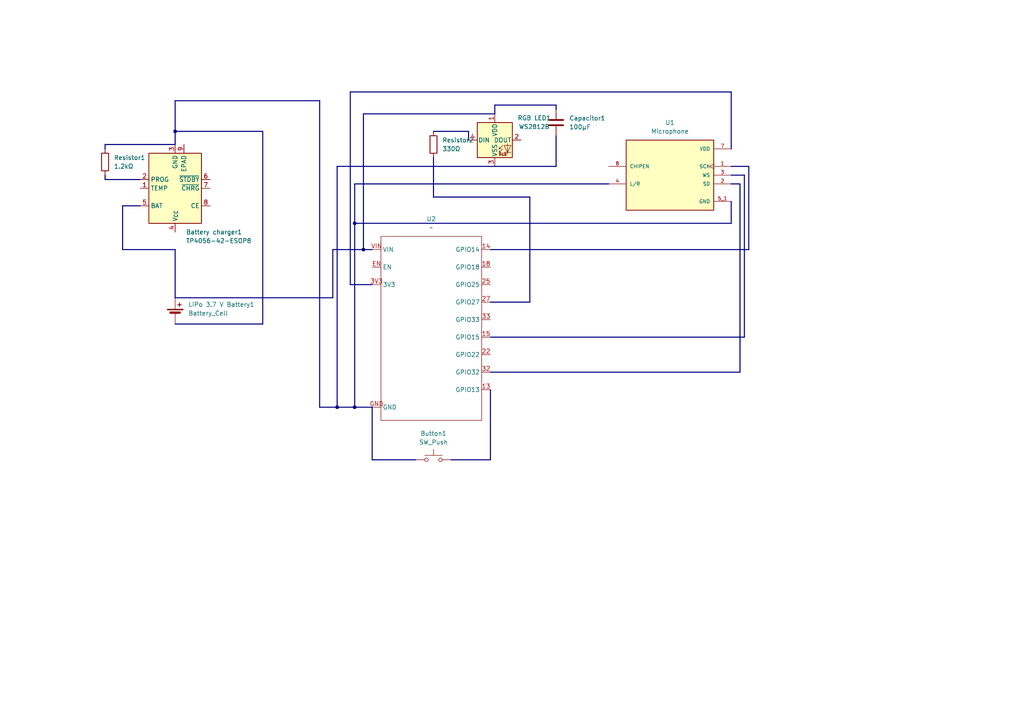
<source format=kicad_sch>
(kicad_sch
	(version 20250114)
	(generator "eeschema")
	(generator_version "9.0")
	(uuid "b6d4df62-c481-4cac-a603-00d44e7fcc47")
	(paper "A4")
	(lib_symbols
		(symbol "Battery_Management:TP4056-42-ESOP8"
			(exclude_from_sim no)
			(in_bom yes)
			(on_board yes)
			(property "Reference" "U"
				(at -6.604 11.684 0)
				(effects
					(font
						(size 1.27 1.27)
					)
				)
			)
			(property "Value" "TP4056-42-ESOP8"
				(at 10.16 11.684 0)
				(effects
					(font
						(size 1.27 1.27)
					)
				)
			)
			(property "Footprint" "Package_SO:SOIC-8-1EP_3.9x4.9mm_P1.27mm_EP2.41x3.3mm_ThermalVias"
				(at 0.508 -22.86 0)
				(effects
					(font
						(size 1.27 1.27)
					)
					(hide yes)
				)
			)
			(property "Datasheet" "https://www.lcsc.com/datasheet/lcsc_datasheet_2410121619_TOPPOWER-Nanjing-Extension-Microelectronics-TP4056-42-ESOP8_C16581.pdf"
				(at 0 -25.4 0)
				(effects
					(font
						(size 1.27 1.27)
					)
					(hide yes)
				)
			)
			(property "Description" "1A Standalone Linear Li-ion/LiPo single-cell battery charger, 4.2V ±1% charge voltage, VCC = 4.0..8.0V, SOIC-8 (SOP-8)"
				(at 0.508 -20.32 0)
				(effects
					(font
						(size 1.27 1.27)
					)
					(hide yes)
				)
			)
			(property "ki_keywords" "lithium-ion lithium-polymer Li-Poly"
				(at 0 0 0)
				(effects
					(font
						(size 1.27 1.27)
					)
					(hide yes)
				)
			)
			(property "ki_fp_filters" "*SO*3.9x4.*P1.27mm*EP2.4*x3.3*mm*"
				(at 0 0 0)
				(effects
					(font
						(size 1.27 1.27)
					)
					(hide yes)
				)
			)
			(symbol "TP4056-42-ESOP8_1_0"
				(pin input line
					(at -10.16 5.08 0)
					(length 2.54)
					(name "CE"
						(effects
							(font
								(size 1.27 1.27)
							)
						)
					)
					(number "8"
						(effects
							(font
								(size 1.27 1.27)
							)
						)
					)
				)
				(pin open_collector line
					(at -10.16 0 0)
					(length 2.54)
					(name "~{CHRG}"
						(effects
							(font
								(size 1.27 1.27)
							)
						)
					)
					(number "7"
						(effects
							(font
								(size 1.27 1.27)
							)
						)
					)
				)
				(pin open_collector line
					(at -10.16 -2.54 0)
					(length 2.54)
					(name "~{STDBY}"
						(effects
							(font
								(size 1.27 1.27)
							)
						)
					)
					(number "6"
						(effects
							(font
								(size 1.27 1.27)
							)
						)
					)
				)
				(pin passive line
					(at -2.54 -12.7 90)
					(length 2.54)
					(name "EPAD"
						(effects
							(font
								(size 1.27 1.27)
							)
						)
					)
					(number "9"
						(effects
							(font
								(size 1.27 1.27)
							)
						)
					)
				)
				(pin power_in line
					(at 0 12.7 270)
					(length 2.54)
					(name "V_{CC}"
						(effects
							(font
								(size 1.27 1.27)
							)
						)
					)
					(number "4"
						(effects
							(font
								(size 1.27 1.27)
							)
						)
					)
				)
				(pin power_in line
					(at 0 -12.7 90)
					(length 2.54)
					(name "GND"
						(effects
							(font
								(size 1.27 1.27)
							)
						)
					)
					(number "3"
						(effects
							(font
								(size 1.27 1.27)
							)
						)
					)
				)
				(pin power_out line
					(at 10.16 5.08 180)
					(length 2.54)
					(name "BAT"
						(effects
							(font
								(size 1.27 1.27)
							)
						)
					)
					(number "5"
						(effects
							(font
								(size 1.27 1.27)
							)
						)
					)
				)
				(pin input line
					(at 10.16 0 180)
					(length 2.54)
					(name "TEMP"
						(effects
							(font
								(size 1.27 1.27)
							)
						)
					)
					(number "1"
						(effects
							(font
								(size 1.27 1.27)
							)
						)
					)
				)
				(pin passive line
					(at 10.16 -2.54 180)
					(length 2.54)
					(name "PROG"
						(effects
							(font
								(size 1.27 1.27)
							)
						)
					)
					(number "2"
						(effects
							(font
								(size 1.27 1.27)
							)
						)
					)
				)
			)
			(symbol "TP4056-42-ESOP8_1_1"
				(rectangle
					(start -7.62 10.16)
					(end 7.62 -10.16)
					(stroke
						(width 0.254)
						(type default)
					)
					(fill
						(type background)
					)
				)
			)
			(embedded_fonts no)
		)
		(symbol "Device:Battery_Cell"
			(pin_numbers
				(hide yes)
			)
			(pin_names
				(offset 0)
				(hide yes)
			)
			(exclude_from_sim no)
			(in_bom yes)
			(on_board yes)
			(property "Reference" "BT"
				(at 2.54 2.54 0)
				(effects
					(font
						(size 1.27 1.27)
					)
					(justify left)
				)
			)
			(property "Value" "Battery_Cell"
				(at 2.54 0 0)
				(effects
					(font
						(size 1.27 1.27)
					)
					(justify left)
				)
			)
			(property "Footprint" ""
				(at 0 1.524 90)
				(effects
					(font
						(size 1.27 1.27)
					)
					(hide yes)
				)
			)
			(property "Datasheet" "~"
				(at 0 1.524 90)
				(effects
					(font
						(size 1.27 1.27)
					)
					(hide yes)
				)
			)
			(property "Description" "Single-cell battery"
				(at 0 0 0)
				(effects
					(font
						(size 1.27 1.27)
					)
					(hide yes)
				)
			)
			(property "ki_keywords" "battery cell"
				(at 0 0 0)
				(effects
					(font
						(size 1.27 1.27)
					)
					(hide yes)
				)
			)
			(symbol "Battery_Cell_0_1"
				(rectangle
					(start -2.286 1.778)
					(end 2.286 1.524)
					(stroke
						(width 0)
						(type default)
					)
					(fill
						(type outline)
					)
				)
				(rectangle
					(start -1.524 1.016)
					(end 1.524 0.508)
					(stroke
						(width 0)
						(type default)
					)
					(fill
						(type outline)
					)
				)
				(polyline
					(pts
						(xy 0 1.778) (xy 0 2.54)
					)
					(stroke
						(width 0)
						(type default)
					)
					(fill
						(type none)
					)
				)
				(polyline
					(pts
						(xy 0 0.762) (xy 0 0)
					)
					(stroke
						(width 0)
						(type default)
					)
					(fill
						(type none)
					)
				)
				(polyline
					(pts
						(xy 0.762 3.048) (xy 1.778 3.048)
					)
					(stroke
						(width 0.254)
						(type default)
					)
					(fill
						(type none)
					)
				)
				(polyline
					(pts
						(xy 1.27 3.556) (xy 1.27 2.54)
					)
					(stroke
						(width 0.254)
						(type default)
					)
					(fill
						(type none)
					)
				)
			)
			(symbol "Battery_Cell_1_1"
				(pin passive line
					(at 0 5.08 270)
					(length 2.54)
					(name "+"
						(effects
							(font
								(size 1.27 1.27)
							)
						)
					)
					(number "1"
						(effects
							(font
								(size 1.27 1.27)
							)
						)
					)
				)
				(pin passive line
					(at 0 -2.54 90)
					(length 2.54)
					(name "-"
						(effects
							(font
								(size 1.27 1.27)
							)
						)
					)
					(number "2"
						(effects
							(font
								(size 1.27 1.27)
							)
						)
					)
				)
			)
			(embedded_fonts no)
		)
		(symbol "Device:C"
			(pin_numbers
				(hide yes)
			)
			(pin_names
				(offset 0.254)
			)
			(exclude_from_sim no)
			(in_bom yes)
			(on_board yes)
			(property "Reference" "C"
				(at 0.635 2.54 0)
				(effects
					(font
						(size 1.27 1.27)
					)
					(justify left)
				)
			)
			(property "Value" "C"
				(at 0.635 -2.54 0)
				(effects
					(font
						(size 1.27 1.27)
					)
					(justify left)
				)
			)
			(property "Footprint" ""
				(at 0.9652 -3.81 0)
				(effects
					(font
						(size 1.27 1.27)
					)
					(hide yes)
				)
			)
			(property "Datasheet" "~"
				(at 0 0 0)
				(effects
					(font
						(size 1.27 1.27)
					)
					(hide yes)
				)
			)
			(property "Description" "Unpolarized capacitor"
				(at 0 0 0)
				(effects
					(font
						(size 1.27 1.27)
					)
					(hide yes)
				)
			)
			(property "ki_keywords" "cap capacitor"
				(at 0 0 0)
				(effects
					(font
						(size 1.27 1.27)
					)
					(hide yes)
				)
			)
			(property "ki_fp_filters" "C_*"
				(at 0 0 0)
				(effects
					(font
						(size 1.27 1.27)
					)
					(hide yes)
				)
			)
			(symbol "C_0_1"
				(polyline
					(pts
						(xy -2.032 0.762) (xy 2.032 0.762)
					)
					(stroke
						(width 0.508)
						(type default)
					)
					(fill
						(type none)
					)
				)
				(polyline
					(pts
						(xy -2.032 -0.762) (xy 2.032 -0.762)
					)
					(stroke
						(width 0.508)
						(type default)
					)
					(fill
						(type none)
					)
				)
			)
			(symbol "C_1_1"
				(pin passive line
					(at 0 3.81 270)
					(length 2.794)
					(name "~"
						(effects
							(font
								(size 1.27 1.27)
							)
						)
					)
					(number "1"
						(effects
							(font
								(size 1.27 1.27)
							)
						)
					)
				)
				(pin passive line
					(at 0 -3.81 90)
					(length 2.794)
					(name "~"
						(effects
							(font
								(size 1.27 1.27)
							)
						)
					)
					(number "2"
						(effects
							(font
								(size 1.27 1.27)
							)
						)
					)
				)
			)
			(embedded_fonts no)
		)
		(symbol "Device:R"
			(pin_numbers
				(hide yes)
			)
			(pin_names
				(offset 0)
			)
			(exclude_from_sim no)
			(in_bom yes)
			(on_board yes)
			(property "Reference" "R"
				(at 2.032 0 90)
				(effects
					(font
						(size 1.27 1.27)
					)
				)
			)
			(property "Value" "R"
				(at 0 0 90)
				(effects
					(font
						(size 1.27 1.27)
					)
				)
			)
			(property "Footprint" ""
				(at -1.778 0 90)
				(effects
					(font
						(size 1.27 1.27)
					)
					(hide yes)
				)
			)
			(property "Datasheet" "~"
				(at 0 0 0)
				(effects
					(font
						(size 1.27 1.27)
					)
					(hide yes)
				)
			)
			(property "Description" "Resistor"
				(at 0 0 0)
				(effects
					(font
						(size 1.27 1.27)
					)
					(hide yes)
				)
			)
			(property "ki_keywords" "R res resistor"
				(at 0 0 0)
				(effects
					(font
						(size 1.27 1.27)
					)
					(hide yes)
				)
			)
			(property "ki_fp_filters" "R_*"
				(at 0 0 0)
				(effects
					(font
						(size 1.27 1.27)
					)
					(hide yes)
				)
			)
			(symbol "R_0_1"
				(rectangle
					(start -1.016 -2.54)
					(end 1.016 2.54)
					(stroke
						(width 0.254)
						(type default)
					)
					(fill
						(type none)
					)
				)
			)
			(symbol "R_1_1"
				(pin passive line
					(at 0 3.81 270)
					(length 1.27)
					(name "~"
						(effects
							(font
								(size 1.27 1.27)
							)
						)
					)
					(number "1"
						(effects
							(font
								(size 1.27 1.27)
							)
						)
					)
				)
				(pin passive line
					(at 0 -3.81 90)
					(length 1.27)
					(name "~"
						(effects
							(font
								(size 1.27 1.27)
							)
						)
					)
					(number "2"
						(effects
							(font
								(size 1.27 1.27)
							)
						)
					)
				)
			)
			(embedded_fonts no)
		)
		(symbol "ESP32_DEVKIT_V1_DOIT_1"
			(exclude_from_sim no)
			(in_bom yes)
			(on_board yes)
			(property "Reference" "U"
				(at 0 0 0)
				(effects
					(font
						(size 1.27 1.27)
					)
				)
			)
			(property "Value" ""
				(at 0 0 0)
				(effects
					(font
						(size 1.27 1.27)
					)
				)
			)
			(property "Footprint" ""
				(at 0 0 0)
				(effects
					(font
						(size 1.27 1.27)
					)
					(hide yes)
				)
			)
			(property "Datasheet" ""
				(at 0 0 0)
				(effects
					(font
						(size 1.27 1.27)
					)
					(hide yes)
				)
			)
			(property "Description" ""
				(at 0 0 0)
				(effects
					(font
						(size 1.27 1.27)
					)
					(hide yes)
				)
			)
			(symbol "ESP32_DEVKIT_V1_DOIT_1_0_1"
				(rectangle
					(start -15.24 26.67)
					(end 13.97 -26.67)
					(stroke
						(width 0)
						(type default)
					)
					(fill
						(type none)
					)
				)
			)
			(symbol "ESP32_DEVKIT_V1_DOIT_1_1_1"
				(pin power_in line
					(at -17.78 22.86 0)
					(length 2.54)
					(name "VIN"
						(effects
							(font
								(size 1.27 1.27)
							)
						)
					)
					(number "VIN"
						(effects
							(font
								(size 1.27 1.27)
							)
						)
					)
				)
				(pin input line
					(at -17.78 17.78 0)
					(length 2.54)
					(name "EN"
						(effects
							(font
								(size 1.27 1.27)
							)
						)
					)
					(number "EN"
						(effects
							(font
								(size 1.27 1.27)
							)
						)
					)
				)
				(pin power_out line
					(at -17.78 12.7 0)
					(length 2.54)
					(name "3V3"
						(effects
							(font
								(size 1.27 1.27)
							)
						)
					)
					(number "3V3"
						(effects
							(font
								(size 1.27 1.27)
							)
						)
					)
				)
				(pin power_in line
					(at -17.78 -22.86 0)
					(length 2.54)
					(name "GND"
						(effects
							(font
								(size 1.27 1.27)
							)
						)
					)
					(number "GND"
						(effects
							(font
								(size 1.27 1.27)
							)
						)
					)
				)
				(pin bidirectional line
					(at 16.51 22.86 180)
					(length 2.54)
					(name "GPIO14"
						(effects
							(font
								(size 1.27 1.27)
							)
						)
					)
					(number "14"
						(effects
							(font
								(size 1.27 1.27)
							)
						)
					)
				)
				(pin bidirectional line
					(at 16.51 17.78 180)
					(length 2.54)
					(name "GPIO18"
						(effects
							(font
								(size 1.27 1.27)
							)
						)
					)
					(number "18"
						(effects
							(font
								(size 1.27 1.27)
							)
						)
					)
				)
				(pin bidirectional line
					(at 16.51 12.7 180)
					(length 2.54)
					(name "GPIO25"
						(effects
							(font
								(size 1.27 1.27)
							)
						)
					)
					(number "25"
						(effects
							(font
								(size 1.27 1.27)
							)
						)
					)
				)
				(pin bidirectional line
					(at 16.51 7.62 180)
					(length 2.54)
					(name "GPIO27"
						(effects
							(font
								(size 1.27 1.27)
							)
						)
					)
					(number "27"
						(effects
							(font
								(size 1.27 1.27)
							)
						)
					)
				)
				(pin bidirectional line
					(at 16.51 2.54 180)
					(length 2.54)
					(name "GPIO33"
						(effects
							(font
								(size 1.27 1.27)
							)
						)
					)
					(number "33"
						(effects
							(font
								(size 1.27 1.27)
							)
						)
					)
				)
				(pin bidirectional line
					(at 16.51 -2.54 180)
					(length 2.54)
					(name "GPIO15"
						(effects
							(font
								(size 1.27 1.27)
							)
						)
					)
					(number "15"
						(effects
							(font
								(size 1.27 1.27)
							)
						)
					)
				)
				(pin bidirectional line
					(at 16.51 -7.62 180)
					(length 2.54)
					(name "GPIO22"
						(effects
							(font
								(size 1.27 1.27)
							)
						)
					)
					(number "22"
						(effects
							(font
								(size 1.27 1.27)
							)
						)
					)
				)
				(pin bidirectional line
					(at 16.51 -12.7 180)
					(length 2.54)
					(name "GPIO32"
						(effects
							(font
								(size 1.27 1.27)
							)
						)
					)
					(number "32"
						(effects
							(font
								(size 1.27 1.27)
							)
						)
					)
				)
				(pin bidirectional line
					(at 16.51 -17.78 180)
					(length 2.54)
					(name "GPIO13"
						(effects
							(font
								(size 1.27 1.27)
							)
						)
					)
					(number "13"
						(effects
							(font
								(size 1.27 1.27)
							)
						)
					)
				)
			)
			(embedded_fonts no)
		)
		(symbol "INMP441:INMP441"
			(pin_names
				(offset 1.016)
			)
			(exclude_from_sim no)
			(in_bom yes)
			(on_board yes)
			(property "Reference" "MK"
				(at -12.7 10.795 0)
				(effects
					(font
						(size 1.27 1.27)
					)
					(justify left bottom)
				)
			)
			(property "Value" "INMP441"
				(at -12.7 -12.7 0)
				(effects
					(font
						(size 1.27 1.27)
					)
					(justify left bottom)
				)
			)
			(property "Footprint" "INMP441:MIC_INMP441"
				(at 0 0 0)
				(effects
					(font
						(size 1.27 1.27)
					)
					(justify bottom)
					(hide yes)
				)
			)
			(property "Datasheet" ""
				(at 0 0 0)
				(effects
					(font
						(size 1.27 1.27)
					)
					(hide yes)
				)
			)
			(property "Description" ""
				(at 0 0 0)
				(effects
					(font
						(size 1.27 1.27)
					)
					(hide yes)
				)
			)
			(property "MF" "TDK InvenSense"
				(at 0 0 0)
				(effects
					(font
						(size 1.27 1.27)
					)
					(justify bottom)
					(hide yes)
				)
			)
			(property "MAXIMUM_PACKAGE_HEIGHT" "1.05 mm"
				(at 0 0 0)
				(effects
					(font
						(size 1.27 1.27)
					)
					(justify bottom)
					(hide yes)
				)
			)
			(property "Package" "None"
				(at 0 0 0)
				(effects
					(font
						(size 1.27 1.27)
					)
					(justify bottom)
					(hide yes)
				)
			)
			(property "Price" "None"
				(at 0 0 0)
				(effects
					(font
						(size 1.27 1.27)
					)
					(justify bottom)
					(hide yes)
				)
			)
			(property "Check_prices" "https://www.snapeda.com/parts/INMP441/TDK/view-part/?ref=eda"
				(at 0 0 0)
				(effects
					(font
						(size 1.27 1.27)
					)
					(justify bottom)
					(hide yes)
				)
			)
			(property "STANDARD" "Manufacturer Recommendations"
				(at 0 0 0)
				(effects
					(font
						(size 1.27 1.27)
					)
					(justify bottom)
					(hide yes)
				)
			)
			(property "PARTREV" "1.1"
				(at 0 0 0)
				(effects
					(font
						(size 1.27 1.27)
					)
					(justify bottom)
					(hide yes)
				)
			)
			(property "SnapEDA_Link" "https://www.snapeda.com/parts/INMP441/TDK/view-part/?ref=snap"
				(at 0 0 0)
				(effects
					(font
						(size 1.27 1.27)
					)
					(justify bottom)
					(hide yes)
				)
			)
			(property "MP" "INMP441"
				(at 0 0 0)
				(effects
					(font
						(size 1.27 1.27)
					)
					(justify bottom)
					(hide yes)
				)
			)
			(property "Purchase-URL" "https://www.snapeda.com/api/url_track_click_mouser/?unipart_id=11904201&manufacturer=TDK InvenSense&part_name=INMP441&search_term=inmp441 mems"
				(at 0 0 0)
				(effects
					(font
						(size 1.27 1.27)
					)
					(justify bottom)
					(hide yes)
				)
			)
			(property "Description_1" "EVAL BOARD MEMS MIC INMP441"
				(at 0 0 0)
				(effects
					(font
						(size 1.27 1.27)
					)
					(justify bottom)
					(hide yes)
				)
			)
			(property "Availability" "In Stock"
				(at 0 0 0)
				(effects
					(font
						(size 1.27 1.27)
					)
					(justify bottom)
					(hide yes)
				)
			)
			(property "MANUFACTURER" "TDK InvenSense"
				(at 0 0 0)
				(effects
					(font
						(size 1.27 1.27)
					)
					(justify bottom)
					(hide yes)
				)
			)
			(symbol "INMP441_0_0"
				(rectangle
					(start -12.7 -10.16)
					(end 12.7 10.16)
					(stroke
						(width 0.254)
						(type default)
					)
					(fill
						(type background)
					)
				)
				(pin input line
					(at -17.78 2.54 0)
					(length 5.08)
					(name "CHIPEN"
						(effects
							(font
								(size 1.016 1.016)
							)
						)
					)
					(number "8"
						(effects
							(font
								(size 1.016 1.016)
							)
						)
					)
				)
				(pin input line
					(at -17.78 -2.54 0)
					(length 5.08)
					(name "L/R"
						(effects
							(font
								(size 1.016 1.016)
							)
						)
					)
					(number "4"
						(effects
							(font
								(size 1.016 1.016)
							)
						)
					)
				)
				(pin power_in line
					(at 17.78 7.62 180)
					(length 5.08)
					(name "VDD"
						(effects
							(font
								(size 1.016 1.016)
							)
						)
					)
					(number "7"
						(effects
							(font
								(size 1.016 1.016)
							)
						)
					)
				)
				(pin input clock
					(at 17.78 2.54 180)
					(length 5.08)
					(name "SCK"
						(effects
							(font
								(size 1.016 1.016)
							)
						)
					)
					(number "1"
						(effects
							(font
								(size 1.016 1.016)
							)
						)
					)
				)
				(pin input line
					(at 17.78 0 180)
					(length 5.08)
					(name "WS"
						(effects
							(font
								(size 1.016 1.016)
							)
						)
					)
					(number "3"
						(effects
							(font
								(size 1.016 1.016)
							)
						)
					)
				)
				(pin bidirectional line
					(at 17.78 -2.54 180)
					(length 5.08)
					(name "SD"
						(effects
							(font
								(size 1.016 1.016)
							)
						)
					)
					(number "2"
						(effects
							(font
								(size 1.016 1.016)
							)
						)
					)
				)
				(pin power_in line
					(at 17.78 -7.62 180)
					(length 5.08)
					(name "GND"
						(effects
							(font
								(size 1.016 1.016)
							)
						)
					)
					(number "5_1"
						(effects
							(font
								(size 1.016 1.016)
							)
						)
					)
				)
				(pin power_in line
					(at 17.78 -7.62 180)
					(length 5.08)
					(hide yes)
					(name "GND"
						(effects
							(font
								(size 1.016 1.016)
							)
						)
					)
					(number "5_2"
						(effects
							(font
								(size 1.016 1.016)
							)
						)
					)
				)
				(pin power_in line
					(at 17.78 -7.62 180)
					(length 5.08)
					(hide yes)
					(name "GND"
						(effects
							(font
								(size 1.016 1.016)
							)
						)
					)
					(number "6"
						(effects
							(font
								(size 1.016 1.016)
							)
						)
					)
				)
				(pin power_in line
					(at 17.78 -7.62 180)
					(length 5.08)
					(hide yes)
					(name "GND"
						(effects
							(font
								(size 1.016 1.016)
							)
						)
					)
					(number "9"
						(effects
							(font
								(size 1.016 1.016)
							)
						)
					)
				)
			)
			(embedded_fonts no)
		)
		(symbol "LED:WS2812B"
			(pin_names
				(offset 0.254)
			)
			(exclude_from_sim no)
			(in_bom yes)
			(on_board yes)
			(property "Reference" "D"
				(at 5.08 5.715 0)
				(effects
					(font
						(size 1.27 1.27)
					)
					(justify right bottom)
				)
			)
			(property "Value" "WS2812B"
				(at 1.27 -5.715 0)
				(effects
					(font
						(size 1.27 1.27)
					)
					(justify left top)
				)
			)
			(property "Footprint" "LED_SMD:LED_WS2812B_PLCC4_5.0x5.0mm_P3.2mm"
				(at 1.27 -7.62 0)
				(effects
					(font
						(size 1.27 1.27)
					)
					(justify left top)
					(hide yes)
				)
			)
			(property "Datasheet" "https://cdn-shop.adafruit.com/datasheets/WS2812B.pdf"
				(at 2.54 -9.525 0)
				(effects
					(font
						(size 1.27 1.27)
					)
					(justify left top)
					(hide yes)
				)
			)
			(property "Description" "RGB LED with integrated controller"
				(at 0 0 0)
				(effects
					(font
						(size 1.27 1.27)
					)
					(hide yes)
				)
			)
			(property "ki_keywords" "RGB LED NeoPixel addressable"
				(at 0 0 0)
				(effects
					(font
						(size 1.27 1.27)
					)
					(hide yes)
				)
			)
			(property "ki_fp_filters" "LED*WS2812*PLCC*5.0x5.0mm*P3.2mm*"
				(at 0 0 0)
				(effects
					(font
						(size 1.27 1.27)
					)
					(hide yes)
				)
			)
			(symbol "WS2812B_0_0"
				(text "RGB"
					(at 2.286 -4.191 0)
					(effects
						(font
							(size 0.762 0.762)
						)
					)
				)
			)
			(symbol "WS2812B_0_1"
				(polyline
					(pts
						(xy 1.27 -2.54) (xy 1.778 -2.54)
					)
					(stroke
						(width 0)
						(type default)
					)
					(fill
						(type none)
					)
				)
				(polyline
					(pts
						(xy 1.27 -3.556) (xy 1.778 -3.556)
					)
					(stroke
						(width 0)
						(type default)
					)
					(fill
						(type none)
					)
				)
				(polyline
					(pts
						(xy 2.286 -1.524) (xy 1.27 -2.54) (xy 1.27 -2.032)
					)
					(stroke
						(width 0)
						(type default)
					)
					(fill
						(type none)
					)
				)
				(polyline
					(pts
						(xy 2.286 -2.54) (xy 1.27 -3.556) (xy 1.27 -3.048)
					)
					(stroke
						(width 0)
						(type default)
					)
					(fill
						(type none)
					)
				)
				(polyline
					(pts
						(xy 3.683 -1.016) (xy 3.683 -3.556) (xy 3.683 -4.064)
					)
					(stroke
						(width 0)
						(type default)
					)
					(fill
						(type none)
					)
				)
				(polyline
					(pts
						(xy 4.699 -1.524) (xy 2.667 -1.524) (xy 3.683 -3.556) (xy 4.699 -1.524)
					)
					(stroke
						(width 0)
						(type default)
					)
					(fill
						(type none)
					)
				)
				(polyline
					(pts
						(xy 4.699 -3.556) (xy 2.667 -3.556)
					)
					(stroke
						(width 0)
						(type default)
					)
					(fill
						(type none)
					)
				)
				(rectangle
					(start 5.08 5.08)
					(end -5.08 -5.08)
					(stroke
						(width 0.254)
						(type default)
					)
					(fill
						(type background)
					)
				)
			)
			(symbol "WS2812B_1_1"
				(pin input line
					(at -7.62 0 0)
					(length 2.54)
					(name "DIN"
						(effects
							(font
								(size 1.27 1.27)
							)
						)
					)
					(number "4"
						(effects
							(font
								(size 1.27 1.27)
							)
						)
					)
				)
				(pin power_in line
					(at 0 7.62 270)
					(length 2.54)
					(name "VDD"
						(effects
							(font
								(size 1.27 1.27)
							)
						)
					)
					(number "1"
						(effects
							(font
								(size 1.27 1.27)
							)
						)
					)
				)
				(pin power_in line
					(at 0 -7.62 90)
					(length 2.54)
					(name "VSS"
						(effects
							(font
								(size 1.27 1.27)
							)
						)
					)
					(number "3"
						(effects
							(font
								(size 1.27 1.27)
							)
						)
					)
				)
				(pin output line
					(at 7.62 0 180)
					(length 2.54)
					(name "DOUT"
						(effects
							(font
								(size 1.27 1.27)
							)
						)
					)
					(number "2"
						(effects
							(font
								(size 1.27 1.27)
							)
						)
					)
				)
			)
			(embedded_fonts no)
		)
		(symbol "Switch:SW_Push"
			(pin_numbers
				(hide yes)
			)
			(pin_names
				(offset 1.016)
				(hide yes)
			)
			(exclude_from_sim no)
			(in_bom yes)
			(on_board yes)
			(property "Reference" "SW"
				(at 1.27 2.54 0)
				(effects
					(font
						(size 1.27 1.27)
					)
					(justify left)
				)
			)
			(property "Value" "SW_Push"
				(at 0 -1.524 0)
				(effects
					(font
						(size 1.27 1.27)
					)
				)
			)
			(property "Footprint" ""
				(at 0 5.08 0)
				(effects
					(font
						(size 1.27 1.27)
					)
					(hide yes)
				)
			)
			(property "Datasheet" "~"
				(at 0 5.08 0)
				(effects
					(font
						(size 1.27 1.27)
					)
					(hide yes)
				)
			)
			(property "Description" "Push button switch, generic, two pins"
				(at 0 0 0)
				(effects
					(font
						(size 1.27 1.27)
					)
					(hide yes)
				)
			)
			(property "ki_keywords" "switch normally-open pushbutton push-button"
				(at 0 0 0)
				(effects
					(font
						(size 1.27 1.27)
					)
					(hide yes)
				)
			)
			(symbol "SW_Push_0_1"
				(circle
					(center -2.032 0)
					(radius 0.508)
					(stroke
						(width 0)
						(type default)
					)
					(fill
						(type none)
					)
				)
				(polyline
					(pts
						(xy 0 1.27) (xy 0 3.048)
					)
					(stroke
						(width 0)
						(type default)
					)
					(fill
						(type none)
					)
				)
				(circle
					(center 2.032 0)
					(radius 0.508)
					(stroke
						(width 0)
						(type default)
					)
					(fill
						(type none)
					)
				)
				(polyline
					(pts
						(xy 2.54 1.27) (xy -2.54 1.27)
					)
					(stroke
						(width 0)
						(type default)
					)
					(fill
						(type none)
					)
				)
				(pin passive line
					(at -5.08 0 0)
					(length 2.54)
					(name "1"
						(effects
							(font
								(size 1.27 1.27)
							)
						)
					)
					(number "1"
						(effects
							(font
								(size 1.27 1.27)
							)
						)
					)
				)
				(pin passive line
					(at 5.08 0 180)
					(length 2.54)
					(name "2"
						(effects
							(font
								(size 1.27 1.27)
							)
						)
					)
					(number "2"
						(effects
							(font
								(size 1.27 1.27)
							)
						)
					)
				)
			)
			(embedded_fonts no)
		)
	)
	(junction
		(at 97.79 118.11)
		(diameter 0)
		(color 0 0 0 0)
		(uuid "430e87bb-2eed-4f85-b654-5d5797ebe46f")
	)
	(junction
		(at 50.8 38.1)
		(diameter 0)
		(color 0 0 0 0)
		(uuid "5a0f223b-a56d-4030-8204-bffd57f79604")
	)
	(junction
		(at 105.41 72.39)
		(diameter 0)
		(color 0 0 0 0)
		(uuid "6848227f-fa7c-4884-8a8c-3c13c3b07cb3")
	)
	(junction
		(at 102.87 64.77)
		(diameter 0)
		(color 0 0 0 0)
		(uuid "a9d98542-6d26-4a1c-9a9f-8809ddd118be")
	)
	(junction
		(at 102.87 118.11)
		(diameter 0)
		(color 0 0 0 0)
		(uuid "ff611389-aba2-4ac5-9bd5-2430a48f5a83")
	)
	(bus
		(pts
			(xy 96.52 72.39) (xy 105.41 72.39)
		)
		(stroke
			(width 0)
			(type default)
		)
		(uuid "039d64ba-479f-4da1-a35d-003c5ede3af5")
	)
	(bus
		(pts
			(xy 130.81 133.35) (xy 142.24 133.35)
		)
		(stroke
			(width 0)
			(type default)
		)
		(uuid "0700464a-5a78-4e91-a13d-5a2a5d3d45af")
	)
	(bus
		(pts
			(xy 35.56 59.69) (xy 40.64 59.69)
		)
		(stroke
			(width 0)
			(type default)
		)
		(uuid "12369cdc-593c-47eb-bad1-75b31a7aa5b0")
	)
	(bus
		(pts
			(xy 50.8 86.36) (xy 50.8 72.39)
		)
		(stroke
			(width 0)
			(type default)
		)
		(uuid "134cd613-5168-4dcf-9dc3-5814c561e700")
	)
	(bus
		(pts
			(xy 30.48 41.91) (xy 50.8 41.91)
		)
		(stroke
			(width 0)
			(type default)
		)
		(uuid "1434e646-1839-4726-839e-c3d929a95f73")
	)
	(bus
		(pts
			(xy 176.53 53.34) (xy 102.87 53.34)
		)
		(stroke
			(width 0)
			(type default)
		)
		(uuid "155c93e5-39cd-4b7c-a9b9-84e84f8e1327")
	)
	(bus
		(pts
			(xy 125.73 38.1) (xy 135.89 38.1)
		)
		(stroke
			(width 0)
			(type default)
		)
		(uuid "1e8b2161-da22-4fdf-9d8d-38b8eab76c86")
	)
	(bus
		(pts
			(xy 30.48 43.18) (xy 30.48 41.91)
		)
		(stroke
			(width 0)
			(type default)
		)
		(uuid "20759284-a157-4d11-af2b-4ecf5c8505fe")
	)
	(bus
		(pts
			(xy 107.95 118.11) (xy 107.95 133.35)
		)
		(stroke
			(width 0)
			(type default)
		)
		(uuid "20e587bc-07de-4bac-8972-79ef50ade37c")
	)
	(bus
		(pts
			(xy 217.17 48.26) (xy 217.17 72.39)
		)
		(stroke
			(width 0)
			(type default)
		)
		(uuid "257dab39-675a-4f66-acdd-1770717fcff3")
	)
	(bus
		(pts
			(xy 153.67 57.15) (xy 153.67 87.63)
		)
		(stroke
			(width 0)
			(type default)
		)
		(uuid "2d64ef79-27af-4619-bd13-554e6bcc3074")
	)
	(bus
		(pts
			(xy 92.71 118.11) (xy 97.79 118.11)
		)
		(stroke
			(width 0)
			(type default)
		)
		(uuid "2e1a209d-a4c3-47e5-94c1-2ffd903f0ed5")
	)
	(bus
		(pts
			(xy 212.09 53.34) (xy 214.63 53.34)
		)
		(stroke
			(width 0)
			(type default)
		)
		(uuid "2f236ee6-3b9d-4600-85ac-31e7268bcb62")
	)
	(bus
		(pts
			(xy 50.8 38.1) (xy 50.8 41.91)
		)
		(stroke
			(width 0)
			(type default)
		)
		(uuid "315e3d92-94fd-4840-985a-0c3756b1af3a")
	)
	(bus
		(pts
			(xy 76.2 38.1) (xy 50.8 38.1)
		)
		(stroke
			(width 0)
			(type default)
		)
		(uuid "3217a18e-1230-400d-9644-4f83c88e28f7")
	)
	(bus
		(pts
			(xy 101.6 26.67) (xy 101.6 82.55)
		)
		(stroke
			(width 0)
			(type default)
		)
		(uuid "440ba9d2-1f28-478f-9392-50878bb822d7")
	)
	(bus
		(pts
			(xy 142.24 113.03) (xy 142.24 133.35)
		)
		(stroke
			(width 0)
			(type default)
		)
		(uuid "502c4b5e-9b91-4ec8-87c6-c48f07347e73")
	)
	(bus
		(pts
			(xy 142.24 87.63) (xy 153.67 87.63)
		)
		(stroke
			(width 0)
			(type default)
		)
		(uuid "51f6a0ea-13b7-49cc-896c-8dd1721cdab6")
	)
	(bus
		(pts
			(xy 212.09 50.8) (xy 215.9 50.8)
		)
		(stroke
			(width 0)
			(type default)
		)
		(uuid "555c6de0-dec9-4654-a9d4-9d71f7bdcf74")
	)
	(bus
		(pts
			(xy 102.87 64.77) (xy 102.87 118.11)
		)
		(stroke
			(width 0)
			(type default)
		)
		(uuid "5969cd77-86a3-454e-a47b-9f5bd6f65db3")
	)
	(bus
		(pts
			(xy 76.2 93.98) (xy 76.2 38.1)
		)
		(stroke
			(width 0)
			(type default)
		)
		(uuid "5994e59a-9cc9-4fe5-b0f4-b7e4db86dee8")
	)
	(bus
		(pts
			(xy 50.8 86.36) (xy 96.52 86.36)
		)
		(stroke
			(width 0)
			(type default)
		)
		(uuid "5f12665b-c005-4e61-b810-c6e631e04ccd")
	)
	(bus
		(pts
			(xy 30.48 50.8) (xy 30.48 52.07)
		)
		(stroke
			(width 0)
			(type default)
		)
		(uuid "65d4626c-eee4-4250-998e-bd7211984cde")
	)
	(bus
		(pts
			(xy 143.51 33.02) (xy 105.41 33.02)
		)
		(stroke
			(width 0)
			(type default)
		)
		(uuid "679834ae-7659-4ea6-a05f-98687c893b9d")
	)
	(bus
		(pts
			(xy 50.8 72.39) (xy 35.56 72.39)
		)
		(stroke
			(width 0)
			(type default)
		)
		(uuid "6829c210-7589-4a8b-904c-27fd585bf9e9")
	)
	(bus
		(pts
			(xy 135.89 38.1) (xy 135.89 40.64)
		)
		(stroke
			(width 0)
			(type default)
		)
		(uuid "687db523-d11c-4c4d-bdee-ad94908b07cb")
	)
	(bus
		(pts
			(xy 142.24 72.39) (xy 217.17 72.39)
		)
		(stroke
			(width 0)
			(type default)
		)
		(uuid "6a2a904d-5cdf-43b1-8983-6d0c91404c42")
	)
	(bus
		(pts
			(xy 212.09 58.42) (xy 212.09 64.77)
		)
		(stroke
			(width 0)
			(type default)
		)
		(uuid "6d7c9045-6876-4a76-96a3-c179a0927e88")
	)
	(bus
		(pts
			(xy 125.73 57.15) (xy 153.67 57.15)
		)
		(stroke
			(width 0)
			(type default)
		)
		(uuid "6f166053-a711-455b-96fe-be91d3fad8c3")
	)
	(bus
		(pts
			(xy 215.9 50.8) (xy 215.9 97.79)
		)
		(stroke
			(width 0)
			(type default)
		)
		(uuid "7196c774-830b-415d-adff-a01ff2825749")
	)
	(bus
		(pts
			(xy 92.71 29.21) (xy 92.71 118.11)
		)
		(stroke
			(width 0)
			(type default)
		)
		(uuid "8309527e-d870-4291-b266-47bba1504bb8")
	)
	(bus
		(pts
			(xy 97.79 118.11) (xy 102.87 118.11)
		)
		(stroke
			(width 0)
			(type default)
		)
		(uuid "842f86f0-8956-467d-9a81-6bd0d4497d0c")
	)
	(bus
		(pts
			(xy 102.87 53.34) (xy 102.87 64.77)
		)
		(stroke
			(width 0)
			(type default)
		)
		(uuid "8b376200-9a15-4477-bdc0-4b89d27213b7")
	)
	(bus
		(pts
			(xy 50.8 29.21) (xy 92.71 29.21)
		)
		(stroke
			(width 0)
			(type default)
		)
		(uuid "9979bfa0-a964-4098-a383-e7eace4fe11b")
	)
	(bus
		(pts
			(xy 212.09 64.77) (xy 102.87 64.77)
		)
		(stroke
			(width 0)
			(type default)
		)
		(uuid "9ab0f0db-592d-4452-9a1c-fb7a323aeefc")
	)
	(bus
		(pts
			(xy 97.79 48.26) (xy 97.79 118.11)
		)
		(stroke
			(width 0)
			(type default)
		)
		(uuid "9f6e2def-58c8-4a10-ba34-759273c995b8")
	)
	(bus
		(pts
			(xy 142.24 107.95) (xy 214.63 107.95)
		)
		(stroke
			(width 0)
			(type default)
		)
		(uuid "aea67d54-51da-4722-b418-39f4d0a785dc")
	)
	(bus
		(pts
			(xy 143.51 30.48) (xy 143.51 33.02)
		)
		(stroke
			(width 0)
			(type default)
		)
		(uuid "b3a3ab73-75cd-4b77-b015-0e450a6fd814")
	)
	(bus
		(pts
			(xy 120.65 133.35) (xy 107.95 133.35)
		)
		(stroke
			(width 0)
			(type default)
		)
		(uuid "b7933e88-dbd9-4b8b-b1f0-ecd6c5ad572a")
	)
	(bus
		(pts
			(xy 96.52 86.36) (xy 96.52 72.39)
		)
		(stroke
			(width 0)
			(type default)
		)
		(uuid "b87decaf-1a17-425f-9f12-6f54d2ca38c2")
	)
	(bus
		(pts
			(xy 212.09 43.18) (xy 212.09 26.67)
		)
		(stroke
			(width 0)
			(type default)
		)
		(uuid "b9306f1b-2d09-401f-839c-df3b50ddb5b4")
	)
	(bus
		(pts
			(xy 101.6 82.55) (xy 107.95 82.55)
		)
		(stroke
			(width 0)
			(type default)
		)
		(uuid "bb552f39-23f1-4031-930f-1306e3360a4b")
	)
	(bus
		(pts
			(xy 143.51 30.48) (xy 161.29 30.48)
		)
		(stroke
			(width 0)
			(type default)
		)
		(uuid "bcec5250-df84-4af2-8487-a4d5c2fcc950")
	)
	(bus
		(pts
			(xy 125.73 45.72) (xy 125.73 57.15)
		)
		(stroke
			(width 0)
			(type default)
		)
		(uuid "cb189ef4-d052-4eba-9116-24fa75ce1e31")
	)
	(bus
		(pts
			(xy 161.29 39.37) (xy 161.29 48.26)
		)
		(stroke
			(width 0)
			(type default)
		)
		(uuid "cb31528e-26c1-4ef2-982c-2fd22b0b8fa1")
	)
	(bus
		(pts
			(xy 161.29 30.48) (xy 161.29 31.75)
		)
		(stroke
			(width 0)
			(type default)
		)
		(uuid "ccf8a059-d44b-4559-b87a-068b787ad0ba")
	)
	(bus
		(pts
			(xy 40.64 52.07) (xy 30.48 52.07)
		)
		(stroke
			(width 0)
			(type default)
		)
		(uuid "d6d1ee2f-dff3-46d6-9ca9-9abcb5590bf2")
	)
	(bus
		(pts
			(xy 35.56 72.39) (xy 35.56 59.69)
		)
		(stroke
			(width 0)
			(type default)
		)
		(uuid "d742ae08-5657-4142-a2a4-64b8daaab3fa")
	)
	(bus
		(pts
			(xy 105.41 72.39) (xy 107.95 72.39)
		)
		(stroke
			(width 0)
			(type default)
		)
		(uuid "dc1dbc4c-bcf6-4aaa-968a-8b110822bc0d")
	)
	(bus
		(pts
			(xy 97.79 48.26) (xy 161.29 48.26)
		)
		(stroke
			(width 0)
			(type default)
		)
		(uuid "e042692f-e475-4b24-ad59-3d60c77d0143")
	)
	(bus
		(pts
			(xy 50.8 93.98) (xy 76.2 93.98)
		)
		(stroke
			(width 0)
			(type default)
		)
		(uuid "e25ac589-42c4-4818-855d-4cbc70cb9a41")
	)
	(bus
		(pts
			(xy 102.87 118.11) (xy 107.95 118.11)
		)
		(stroke
			(width 0)
			(type default)
		)
		(uuid "e488d45b-d520-4deb-b530-277091e1b56b")
	)
	(bus
		(pts
			(xy 105.41 33.02) (xy 105.41 72.39)
		)
		(stroke
			(width 0)
			(type default)
		)
		(uuid "f0e5c769-40f3-4bce-bde8-076618fe2e17")
	)
	(bus
		(pts
			(xy 212.09 26.67) (xy 101.6 26.67)
		)
		(stroke
			(width 0)
			(type default)
		)
		(uuid "f1036327-2b2b-4986-be49-7a754f445d0a")
	)
	(bus
		(pts
			(xy 214.63 53.34) (xy 214.63 107.95)
		)
		(stroke
			(width 0)
			(type default)
		)
		(uuid "f250c58e-1e85-4446-a78d-520c9ed7e1fc")
	)
	(bus
		(pts
			(xy 212.09 48.26) (xy 217.17 48.26)
		)
		(stroke
			(width 0)
			(type default)
		)
		(uuid "f9520aa8-54db-447d-92d2-3c0eb51aa4a1")
	)
	(bus
		(pts
			(xy 142.24 97.79) (xy 215.9 97.79)
		)
		(stroke
			(width 0)
			(type default)
		)
		(uuid "fa109fe1-f9d8-454f-9ea0-b3ae1e68704a")
	)
	(bus
		(pts
			(xy 50.8 29.21) (xy 50.8 38.1)
		)
		(stroke
			(width 0)
			(type default)
		)
		(uuid "fdfb27a2-7ec7-40cf-bdcb-0060cc4bb2b7")
	)
	(symbol
		(lib_name "ESP32_DEVKIT_V1_DOIT_1")
		(lib_id "esp32_custom:ESP32_DEVKIT_V1_DOIT")
		(at 125.73 95.25 0)
		(unit 1)
		(exclude_from_sim no)
		(in_bom yes)
		(on_board yes)
		(dnp no)
		(fields_autoplaced yes)
		(uuid "45b46012-780a-4c96-b09c-232698214b5a")
		(property "Reference" "U2"
			(at 125.095 63.5 0)
			(effects
				(font
					(size 1.27 1.27)
				)
			)
		)
		(property "Value" "~"
			(at 125.095 66.04 0)
			(effects
				(font
					(size 1.27 1.27)
				)
			)
		)
		(property "Footprint" ""
			(at 125.73 95.25 0)
			(effects
				(font
					(size 1.27 1.27)
				)
				(hide yes)
			)
		)
		(property "Datasheet" ""
			(at 125.73 95.25 0)
			(effects
				(font
					(size 1.27 1.27)
				)
				(hide yes)
			)
		)
		(property "Description" ""
			(at 125.73 95.25 0)
			(effects
				(font
					(size 1.27 1.27)
				)
				(hide yes)
			)
		)
		(pin "EN"
			(uuid "eadddc44-aba5-48de-8747-716cf618afd4")
		)
		(pin "22"
			(uuid "7a96364a-85ed-4259-bc6c-9b0cd9a0351d")
		)
		(pin "3V3"
			(uuid "d7ae1bbf-e988-48ec-8c11-fb66cbdef80a")
		)
		(pin "18"
			(uuid "9b147412-0b9b-4900-8b72-c8c53bb1cc7e")
		)
		(pin "14"
			(uuid "50468949-3097-4779-b836-618141ed57d8")
		)
		(pin "33"
			(uuid "1bbefe23-73aa-49c8-adda-a686e1fce4f8")
		)
		(pin "15"
			(uuid "44b6b7fc-7fd5-4477-9651-af7f0c9df410")
		)
		(pin "25"
			(uuid "a9abfb39-577c-4e9e-88fa-b0027059cc8b")
		)
		(pin "GND"
			(uuid "cc82834b-c7af-43db-925e-a8518d0d6edd")
		)
		(pin "VIN"
			(uuid "3b818209-0392-46fb-a874-907be2e97a01")
		)
		(pin "27"
			(uuid "752841c1-8d23-4208-82cd-08fa1927da1a")
		)
		(pin "13"
			(uuid "9fe94443-e6ac-438e-aa0e-853edf6f61b7")
		)
		(pin "32"
			(uuid "660dcdbc-d07e-4974-a891-5f5a10e7b250")
		)
		(instances
			(project ""
				(path "/b6d4df62-c481-4cac-a603-00d44e7fcc47"
					(reference "U2")
					(unit 1)
				)
			)
		)
	)
	(symbol
		(lib_id "Switch:SW_Push")
		(at 125.73 133.35 0)
		(unit 1)
		(exclude_from_sim no)
		(in_bom yes)
		(on_board yes)
		(dnp no)
		(fields_autoplaced yes)
		(uuid "6405eacc-bec6-47ad-866c-57d2e7691a7d")
		(property "Reference" "Button1"
			(at 125.73 125.73 0)
			(effects
				(font
					(size 1.27 1.27)
				)
			)
		)
		(property "Value" "SW_Push"
			(at 125.73 128.27 0)
			(effects
				(font
					(size 1.27 1.27)
				)
			)
		)
		(property "Footprint" ""
			(at 125.73 128.27 0)
			(effects
				(font
					(size 1.27 1.27)
				)
				(hide yes)
			)
		)
		(property "Datasheet" "~"
			(at 125.73 128.27 0)
			(effects
				(font
					(size 1.27 1.27)
				)
				(hide yes)
			)
		)
		(property "Description" "Push button switch, generic, two pins"
			(at 125.73 133.35 0)
			(effects
				(font
					(size 1.27 1.27)
				)
				(hide yes)
			)
		)
		(pin "2"
			(uuid "185773c5-067d-4f6b-94f3-880b14b2f750")
		)
		(pin "1"
			(uuid "13357b0a-3b50-4d7b-a25b-1702bea71e32")
		)
		(instances
			(project ""
				(path "/b6d4df62-c481-4cac-a603-00d44e7fcc47"
					(reference "Button1")
					(unit 1)
				)
			)
		)
	)
	(symbol
		(lib_id "Device:C")
		(at 161.29 35.56 0)
		(unit 1)
		(exclude_from_sim no)
		(in_bom yes)
		(on_board yes)
		(dnp no)
		(fields_autoplaced yes)
		(uuid "6a7ec24f-0df2-4d66-bf7b-c96d91156c10")
		(property "Reference" "Capacitor1"
			(at 165.1 34.2899 0)
			(effects
				(font
					(size 1.27 1.27)
				)
				(justify left)
			)
		)
		(property "Value" "100µF"
			(at 165.1 36.8299 0)
			(effects
				(font
					(size 1.27 1.27)
				)
				(justify left)
			)
		)
		(property "Footprint" ""
			(at 162.2552 39.37 0)
			(effects
				(font
					(size 1.27 1.27)
				)
				(hide yes)
			)
		)
		(property "Datasheet" "~"
			(at 161.29 35.56 0)
			(effects
				(font
					(size 1.27 1.27)
				)
				(hide yes)
			)
		)
		(property "Description" "Unpolarized capacitor"
			(at 161.29 35.56 0)
			(effects
				(font
					(size 1.27 1.27)
				)
				(hide yes)
			)
		)
		(pin "2"
			(uuid "a745a920-b0c7-42e5-9dc8-723d72fb396e")
		)
		(pin "1"
			(uuid "cc2371cb-e503-4358-b2a2-29abae5c5104")
		)
		(instances
			(project ""
				(path "/b6d4df62-c481-4cac-a603-00d44e7fcc47"
					(reference "Capacitor1")
					(unit 1)
				)
			)
		)
	)
	(symbol
		(lib_id "Device:R")
		(at 125.73 41.91 0)
		(unit 1)
		(exclude_from_sim no)
		(in_bom yes)
		(on_board yes)
		(dnp no)
		(fields_autoplaced yes)
		(uuid "7a2600dc-55d1-4376-b69c-4eb3d4321669")
		(property "Reference" "Resistor2"
			(at 128.27 40.6399 0)
			(effects
				(font
					(size 1.27 1.27)
				)
				(justify left)
			)
		)
		(property "Value" "330Ω"
			(at 128.27 43.1799 0)
			(effects
				(font
					(size 1.27 1.27)
				)
				(justify left)
			)
		)
		(property "Footprint" ""
			(at 123.952 41.91 90)
			(effects
				(font
					(size 1.27 1.27)
				)
				(hide yes)
			)
		)
		(property "Datasheet" "~"
			(at 125.73 41.91 0)
			(effects
				(font
					(size 1.27 1.27)
				)
				(hide yes)
			)
		)
		(property "Description" "Resistor"
			(at 125.73 41.91 0)
			(effects
				(font
					(size 1.27 1.27)
				)
				(hide yes)
			)
		)
		(pin "1"
			(uuid "daecb54d-c341-4350-9d2f-7147bf24b36e")
		)
		(pin "2"
			(uuid "875580fa-46af-4def-87b3-a52906232c39")
		)
		(instances
			(project "note_taking_necklace_blueprint"
				(path "/b6d4df62-c481-4cac-a603-00d44e7fcc47"
					(reference "Resistor2")
					(unit 1)
				)
			)
		)
	)
	(symbol
		(lib_id "Battery_Management:TP4056-42-ESOP8")
		(at 50.8 54.61 180)
		(unit 1)
		(exclude_from_sim no)
		(in_bom yes)
		(on_board yes)
		(dnp no)
		(fields_autoplaced yes)
		(uuid "7b318bea-90f0-4a8a-b685-3fa34849999d")
		(property "Reference" "Battery charger1"
			(at 53.9181 67.31 0)
			(effects
				(font
					(size 1.27 1.27)
				)
				(justify right)
			)
		)
		(property "Value" "TP4056-42-ESOP8"
			(at 53.9181 69.85 0)
			(effects
				(font
					(size 1.27 1.27)
				)
				(justify right)
			)
		)
		(property "Footprint" "Package_SO:SOIC-8-1EP_3.9x4.9mm_P1.27mm_EP2.41x3.3mm_ThermalVias"
			(at 50.292 31.75 0)
			(effects
				(font
					(size 1.27 1.27)
				)
				(hide yes)
			)
		)
		(property "Datasheet" "https://www.lcsc.com/datasheet/lcsc_datasheet_2410121619_TOPPOWER-Nanjing-Extension-Microelectronics-TP4056-42-ESOP8_C16581.pdf"
			(at 50.8 29.21 0)
			(effects
				(font
					(size 1.27 1.27)
				)
				(hide yes)
			)
		)
		(property "Description" "1A Standalone Linear Li-ion/LiPo single-cell battery charger, 4.2V ±1% charge voltage, VCC = 4.0..8.0V, SOIC-8 (SOP-8)"
			(at 50.292 34.29 0)
			(effects
				(font
					(size 1.27 1.27)
				)
				(hide yes)
			)
		)
		(pin "5"
			(uuid "f20f65fb-b3e5-4304-bd06-7602aef3034f")
		)
		(pin "9"
			(uuid "252055a1-1456-4af1-b4d8-88d7fd3c9bf8")
		)
		(pin "4"
			(uuid "6b26c11b-4f34-4a1a-9d49-9578ae3dbcde")
		)
		(pin "6"
			(uuid "3a4b1ae6-324a-42ce-91e0-503dc10b9d4d")
		)
		(pin "8"
			(uuid "01d1fca0-12e7-472f-adcb-07ee5ab1fa98")
		)
		(pin "7"
			(uuid "a6c75728-766e-4915-aac0-022e274b1cd9")
		)
		(pin "2"
			(uuid "703b41d1-03d7-470c-bf29-bb218fe029b7")
		)
		(pin "1"
			(uuid "967ab803-6738-4b6d-a409-edffcb08131b")
		)
		(pin "3"
			(uuid "9f369f0b-aa9b-46d1-863a-2c1c46fcd0b1")
		)
		(instances
			(project ""
				(path "/b6d4df62-c481-4cac-a603-00d44e7fcc47"
					(reference "Battery charger1")
					(unit 1)
				)
			)
		)
	)
	(symbol
		(lib_id "LED:WS2812B")
		(at 143.51 40.64 0)
		(unit 1)
		(exclude_from_sim no)
		(in_bom yes)
		(on_board yes)
		(dnp no)
		(fields_autoplaced yes)
		(uuid "99c8b181-7acd-4983-8247-62dfeea51ea7")
		(property "Reference" "RGB LED1"
			(at 154.94 34.2198 0)
			(effects
				(font
					(size 1.27 1.27)
				)
			)
		)
		(property "Value" "WS2812B"
			(at 154.94 36.7598 0)
			(effects
				(font
					(size 1.27 1.27)
				)
			)
		)
		(property "Footprint" "LED_SMD:LED_WS2812B_PLCC4_5.0x5.0mm_P3.2mm"
			(at 144.78 48.26 0)
			(effects
				(font
					(size 1.27 1.27)
				)
				(justify left top)
				(hide yes)
			)
		)
		(property "Datasheet" "https://cdn-shop.adafruit.com/datasheets/WS2812B.pdf"
			(at 146.05 50.165 0)
			(effects
				(font
					(size 1.27 1.27)
				)
				(justify left top)
				(hide yes)
			)
		)
		(property "Description" "RGB LED with integrated controller"
			(at 143.51 40.64 0)
			(effects
				(font
					(size 1.27 1.27)
				)
				(hide yes)
			)
		)
		(pin "4"
			(uuid "78eb6468-9813-4f52-82f2-50da4ad885ce")
		)
		(pin "1"
			(uuid "a9cc3aa3-8111-454e-983c-bfecbe092c20")
		)
		(pin "3"
			(uuid "538d0a9b-8b94-4100-8996-c9d543e19d46")
		)
		(pin "2"
			(uuid "91ac9b73-82de-4dfb-b875-7606e0305f16")
		)
		(instances
			(project ""
				(path "/b6d4df62-c481-4cac-a603-00d44e7fcc47"
					(reference "RGB LED1")
					(unit 1)
				)
			)
		)
	)
	(symbol
		(lib_id "Device:Battery_Cell")
		(at 50.8 91.44 0)
		(unit 1)
		(exclude_from_sim no)
		(in_bom yes)
		(on_board yes)
		(dnp no)
		(fields_autoplaced yes)
		(uuid "d5724cc0-ff90-442c-9395-4b0001d596a3")
		(property "Reference" "LiPo 3.7 V Battery1"
			(at 54.61 88.3284 0)
			(effects
				(font
					(size 1.27 1.27)
				)
				(justify left)
			)
		)
		(property "Value" "Battery_Cell"
			(at 54.61 90.8684 0)
			(effects
				(font
					(size 1.27 1.27)
				)
				(justify left)
			)
		)
		(property "Footprint" ""
			(at 50.8 89.916 90)
			(effects
				(font
					(size 1.27 1.27)
				)
				(hide yes)
			)
		)
		(property "Datasheet" "~"
			(at 50.8 89.916 90)
			(effects
				(font
					(size 1.27 1.27)
				)
				(hide yes)
			)
		)
		(property "Description" "Single-cell battery"
			(at 50.8 91.44 0)
			(effects
				(font
					(size 1.27 1.27)
				)
				(hide yes)
			)
		)
		(pin "1"
			(uuid "78e23e89-83b3-4546-b8bf-30357a112d5a")
		)
		(pin "2"
			(uuid "2c47a2e2-4157-4fc5-8c86-e2bf0caff005")
		)
		(instances
			(project ""
				(path "/b6d4df62-c481-4cac-a603-00d44e7fcc47"
					(reference "LiPo 3.7 V Battery1")
					(unit 1)
				)
			)
		)
	)
	(symbol
		(lib_id "Device:R")
		(at 30.48 46.99 0)
		(unit 1)
		(exclude_from_sim no)
		(in_bom yes)
		(on_board yes)
		(dnp no)
		(uuid "ea5aa1a4-0c40-4bfe-aba7-17330d9d73f0")
		(property "Reference" "Resistor1"
			(at 33.02 45.72 0)
			(effects
				(font
					(size 1.27 1.27)
				)
				(justify left)
			)
		)
		(property "Value" "1.2kΩ"
			(at 33.02 48.2599 0)
			(effects
				(font
					(size 1.27 1.27)
				)
				(justify left)
			)
		)
		(property "Footprint" ""
			(at 28.702 46.99 90)
			(effects
				(font
					(size 1.27 1.27)
				)
				(hide yes)
			)
		)
		(property "Datasheet" "~"
			(at 30.48 46.99 0)
			(effects
				(font
					(size 1.27 1.27)
				)
				(hide yes)
			)
		)
		(property "Description" "Resistor"
			(at 30.48 46.99 0)
			(effects
				(font
					(size 1.27 1.27)
				)
				(hide yes)
			)
		)
		(pin "1"
			(uuid "cccb3df8-f464-4a5f-aeb5-ccc0a5766db2")
		)
		(pin "2"
			(uuid "5f48d3c3-d012-4ac5-8c81-2cfa6050583a")
		)
		(instances
			(project ""
				(path "/b6d4df62-c481-4cac-a603-00d44e7fcc47"
					(reference "Resistor1")
					(unit 1)
				)
			)
		)
	)
	(symbol
		(lib_id "INMP441:INMP441")
		(at 194.31 50.8 0)
		(unit 1)
		(exclude_from_sim no)
		(in_bom yes)
		(on_board yes)
		(dnp no)
		(fields_autoplaced yes)
		(uuid "f9034c0e-d15f-440f-8236-b4675679d2de")
		(property "Reference" "U1"
			(at 194.31 35.56 0)
			(effects
				(font
					(size 1.27 1.27)
				)
			)
		)
		(property "Value" "Microphone"
			(at 194.31 38.1 0)
			(effects
				(font
					(size 1.27 1.27)
				)
			)
		)
		(property "Footprint" "INMP441:MIC_INMP441"
			(at 194.31 50.8 0)
			(effects
				(font
					(size 1.27 1.27)
				)
				(justify bottom)
				(hide yes)
			)
		)
		(property "Datasheet" ""
			(at 194.31 50.8 0)
			(effects
				(font
					(size 1.27 1.27)
				)
				(hide yes)
			)
		)
		(property "Description" ""
			(at 194.31 50.8 0)
			(effects
				(font
					(size 1.27 1.27)
				)
				(hide yes)
			)
		)
		(property "MF" "TDK InvenSense"
			(at 194.31 50.8 0)
			(effects
				(font
					(size 1.27 1.27)
				)
				(justify bottom)
				(hide yes)
			)
		)
		(property "MAXIMUM_PACKAGE_HEIGHT" "1.05 mm"
			(at 194.31 50.8 0)
			(effects
				(font
					(size 1.27 1.27)
				)
				(justify bottom)
				(hide yes)
			)
		)
		(property "Package" "None"
			(at 194.31 50.8 0)
			(effects
				(font
					(size 1.27 1.27)
				)
				(justify bottom)
				(hide yes)
			)
		)
		(property "Price" "None"
			(at 194.31 50.8 0)
			(effects
				(font
					(size 1.27 1.27)
				)
				(justify bottom)
				(hide yes)
			)
		)
		(property "Check_prices" "https://www.snapeda.com/parts/INMP441/TDK/view-part/?ref=eda"
			(at 194.31 50.8 0)
			(effects
				(font
					(size 1.27 1.27)
				)
				(justify bottom)
				(hide yes)
			)
		)
		(property "STANDARD" "Manufacturer Recommendations"
			(at 194.31 50.8 0)
			(effects
				(font
					(size 1.27 1.27)
				)
				(justify bottom)
				(hide yes)
			)
		)
		(property "PARTREV" "1.1"
			(at 194.31 50.8 0)
			(effects
				(font
					(size 1.27 1.27)
				)
				(justify bottom)
				(hide yes)
			)
		)
		(property "SnapEDA_Link" "https://www.snapeda.com/parts/INMP441/TDK/view-part/?ref=snap"
			(at 194.31 50.8 0)
			(effects
				(font
					(size 1.27 1.27)
				)
				(justify bottom)
				(hide yes)
			)
		)
		(property "MP" "INMP441"
			(at 194.31 50.8 0)
			(effects
				(font
					(size 1.27 1.27)
				)
				(justify bottom)
				(hide yes)
			)
		)
		(property "Purchase-URL" "https://www.snapeda.com/api/url_track_click_mouser/?unipart_id=11904201&manufacturer=TDK InvenSense&part_name=INMP441&search_term=inmp441 mems"
			(at 194.31 50.8 0)
			(effects
				(font
					(size 1.27 1.27)
				)
				(justify bottom)
				(hide yes)
			)
		)
		(property "Description_1" "EVAL BOARD MEMS MIC INMP441"
			(at 194.31 50.8 0)
			(effects
				(font
					(size 1.27 1.27)
				)
				(justify bottom)
				(hide yes)
			)
		)
		(property "Availability" "In Stock"
			(at 194.31 50.8 0)
			(effects
				(font
					(size 1.27 1.27)
				)
				(justify bottom)
				(hide yes)
			)
		)
		(property "MANUFACTURER" "TDK InvenSense"
			(at 194.31 50.8 0)
			(effects
				(font
					(size 1.27 1.27)
				)
				(justify bottom)
				(hide yes)
			)
		)
		(pin "4"
			(uuid "0adccaea-6843-4e26-bd68-8c07066d464a")
		)
		(pin "6"
			(uuid "19d5b721-8b3a-4ef1-a33e-3ee9e52efb4d")
		)
		(pin "1"
			(uuid "6912a3d6-da12-416c-8002-4fe4a42c6cbd")
		)
		(pin "2"
			(uuid "2407bbc8-9b8b-4538-815f-5b9dee614d6b")
		)
		(pin "5_1"
			(uuid "d00daae7-8dc0-429e-9afa-b2a9e771cb0b")
		)
		(pin "7"
			(uuid "c11649cc-3b0c-443b-8392-f1e57aa4af1b")
		)
		(pin "9"
			(uuid "efdf5da2-8314-4650-b7ce-1786fa457858")
		)
		(pin "8"
			(uuid "8cb7dc3a-0d1d-4ba6-acf8-6955b94d5866")
		)
		(pin "3"
			(uuid "a4675e84-ba4a-40dc-8204-64047244bc81")
		)
		(pin "5_2"
			(uuid "b0bc46d3-5aa3-4795-bfe8-912c47bc05c5")
		)
		(instances
			(project ""
				(path "/b6d4df62-c481-4cac-a603-00d44e7fcc47"
					(reference "U1")
					(unit 1)
				)
			)
		)
	)
	(sheet_instances
		(path "/"
			(page "1")
		)
	)
	(embedded_fonts no)
)

</source>
